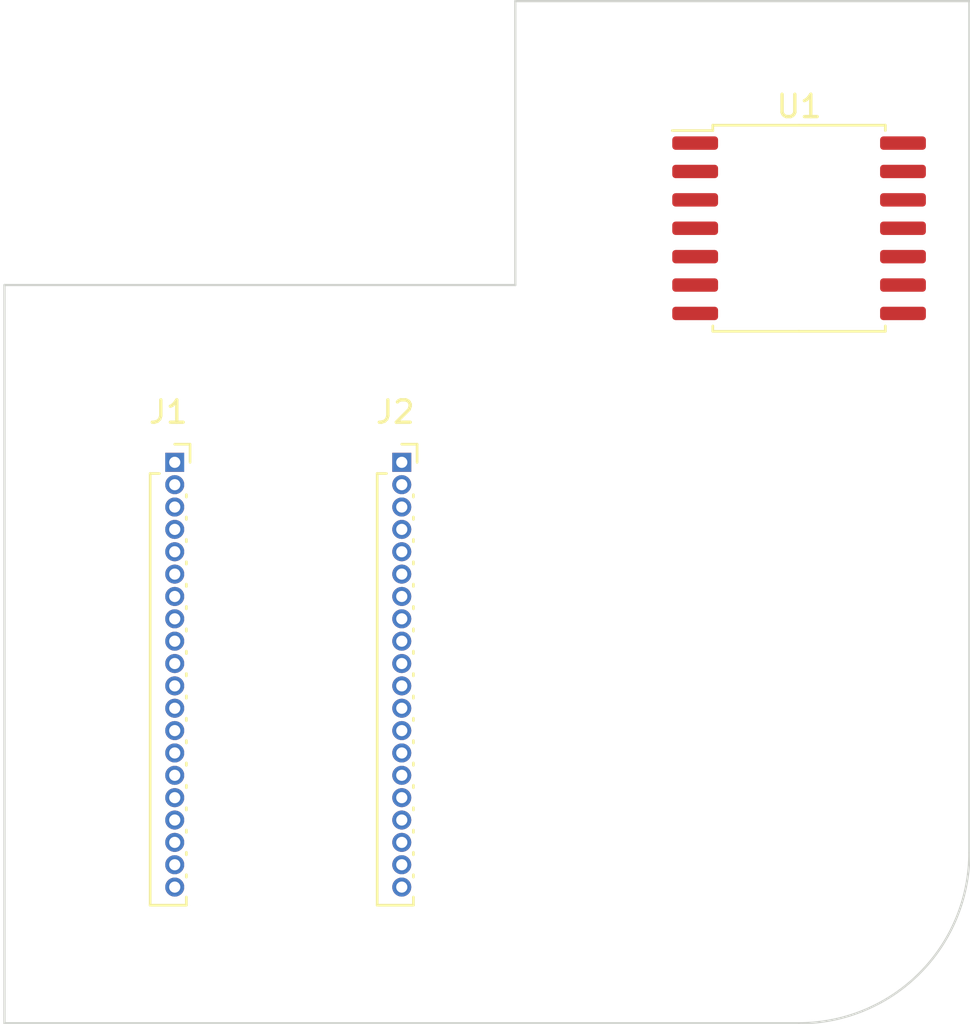
<source format=kicad_pcb>
(kicad_pcb (version 20221018) (generator pcbnew)
  (layers (0 "F.Cu" signal) (31 "B.Cu" signal) (34 "B.Paste" user) (35 "F.Paste" user) (36 "B.SilkS" user "B.Silkscreen") (37 "F.SilkS" user "F.Silkscreen") (38 "B.Mask" user) (39 "F.Mask" user) (44 "Edge.Cuts" user))
  (net 0 "")
  (net 38 "GND")
  (footprint "Connector_PinSocket_1.00mm:PinSocket_1x20_P1.00mm_Vertical" (layer "F.Cu") (at 137.16 63.81)
    (fp_text reference "J2" (at -0.29 -2.25) (layer "F.SilkS"))
    (fp_text value "Conn_01x20_Socket")
    (fp_line (start -1.1 0.5) (end -1.1 19.81) (stroke (width 0.12)) (layer "F.SilkS"))
    (fp_line (start -1.1 0.5) (end -0.685 0.5) (stroke (width 0.12)) (layer "F.SilkS"))
    (fp_line (start -1.1 19.81) (end 0.52 19.81) (stroke (width 0.12)) (layer "F.SilkS"))
    (fp_line (start 0 -0.81) (end 0.685 -0.81) (stroke (width 0.12)) (layer "F.SilkS"))
    (fp_line (start 0.52 1.445898) (end 0.52 1.554102) (stroke (width 0.12)) (layer "F.SilkS"))
    (fp_line (start 0.52 2.445898) (end 0.52 2.554102) (stroke (width 0.12)) (layer "F.SilkS"))
    (fp_line (start 0.52 3.445898) (end 0.52 3.554102) (stroke (width 0.12)) (layer "F.SilkS"))
    (fp_line (start 0.52 4.445898) (end 0.52 4.554102) (stroke (width 0.12)) (layer "F.SilkS"))
    (fp_line (start 0.52 5.445898) (end 0.52 5.554102) (stroke (width 0.12)) (layer "F.SilkS"))
    (fp_line (start 0.52 6.445898) (end 0.52 6.554102) (stroke (width 0.12)) (layer "F.SilkS"))
    (fp_line (start 0.52 7.445898) (end 0.52 7.554102) (stroke (width 0.12)) (layer "F.SilkS"))
    (fp_line (start 0.52 8.445898) (end 0.52 8.554102) (stroke (width 0.12)) (layer "F.SilkS"))
    (fp_line (start 0.52 9.445898) (end 0.52 9.554102) (stroke (width 0.12)) (layer "F.SilkS"))
    (fp_line (start 0.52 10.445898) (end 0.52 10.554102) (stroke (width 0.12)) (layer "F.SilkS"))
    (fp_line (start 0.52 11.445898) (end 0.52 11.554102) (stroke (width 0.12)) (layer "F.SilkS"))
    (fp_line (start 0.52 12.445898) (end 0.52 12.554102) (stroke (width 0.12)) (layer "F.SilkS"))
    (fp_line (start 0.52 13.445898) (end 0.52 13.554102) (stroke (width 0.12)) (layer "F.SilkS"))
    (fp_line (start 0.52 14.445898) (end 0.52 14.554102) (stroke (width 0.12)) (layer "F.SilkS"))
    (fp_line (start 0.52 15.445898) (end 0.52 15.554102) (stroke (width 0.12)) (layer "F.SilkS"))
    (fp_line (start 0.52 16.445898) (end 0.52 16.554102) (stroke (width 0.12)) (layer "F.SilkS"))
    (fp_line (start 0.52 17.445898) (end 0.52 17.554102) (stroke (width 0.12)) (layer "F.SilkS"))
    (fp_line (start 0.52 18.445898) (end 0.52 18.554102) (stroke (width 0.12)) (layer "F.SilkS"))
    (fp_line (start 0.52 19.445898) (end 0.52 19.81) (stroke (width 0.12)) (layer "F.SilkS"))
    (fp_line (start 0.685 -0.81) (end 0.685 0) (stroke (width 0.12)) (layer "F.SilkS"))
    (pad "1" thru_hole rect (at 0 0) (size 0.85 0.85) (drill 0.5) (layers "*.Cu" "*.Mask"))
    (pad "2" thru_hole oval (at 0 1) (size 0.85 0.85) (drill 0.5) (layers "*.Cu" "*.Mask"))
    (pad "3" thru_hole oval (at 0 2) (size 0.85 0.85) (drill 0.5) (layers "*.Cu" "*.Mask"))
    (pad "4" thru_hole oval (at 0 3) (size 0.85 0.85) (drill 0.5) (layers "*.Cu" "*.Mask"))
    (pad "5" thru_hole oval (at 0 4) (size 0.85 0.85) (drill 0.5) (layers "*.Cu" "*.Mask"))
    (pad "6" thru_hole oval (at 0 5) (size 0.85 0.85) (drill 0.5) (layers "*.Cu" "*.Mask"))
    (pad "7" thru_hole oval (at 0 6) (size 0.85 0.85) (drill 0.5) (layers "*.Cu" "*.Mask"))
    (pad "8" thru_hole oval (at 0 7) (size 0.85 0.85) (drill 0.5) (layers "*.Cu" "*.Mask"))
    (pad "9" thru_hole oval (at 0 8) (size 0.85 0.85) (drill 0.5) (layers "*.Cu" "*.Mask"))
    (pad "10" thru_hole oval (at 0 9) (size 0.85 0.85) (drill 0.5) (layers "*.Cu" "*.Mask"))
    (pad "11" thru_hole oval (at 0 10) (size 0.85 0.85) (drill 0.5) (layers "*.Cu" "*.Mask"))
    (pad "12" thru_hole oval (at 0 11) (size 0.85 0.85) (drill 0.5) (layers "*.Cu" "*.Mask"))
    (pad "13" thru_hole oval (at 0 12) (size 0.85 0.85) (drill 0.5) (layers "*.Cu" "*.Mask"))
    (pad "14" thru_hole oval (at 0 13) (size 0.85 0.85) (drill 0.5) (layers "*.Cu" "*.Mask"))
    (pad "15" thru_hole oval (at 0 14) (size 0.85 0.85) (drill 0.5) (layers "*.Cu" "*.Mask"))
    (pad "16" thru_hole oval (at 0 15) (size 0.85 0.85) (drill 0.5) (layers "*.Cu" "*.Mask"))
    (pad "17" thru_hole oval (at 0 16) (size 0.85 0.85) (drill 0.5) (layers "*.Cu" "*.Mask"))
    (pad "18" thru_hole oval (at 0 17) (size 0.85 0.85) (drill 0.5) (layers "*.Cu" "*.Mask") (net 38 "GND"))
    (pad "19" thru_hole oval (at 0 18) (size 0.85 0.85) (drill 0.5) (layers "*.Cu" "*.Mask"))
    (pad "20" thru_hole oval (at 0 19) (size 0.85 0.85) (drill 0.5) (layers "*.Cu" "*.Mask"))
  )
  (footprint "Package_SO:SOIC-14W_7.5x9mm_P1.27mm" (layer "F.Cu") (at 154.94 53.34)
    (fp_text reference "U1" (at 0 -5.45) (layer "F.SilkS"))
    (fp_text value "LM2574HVM-3.3")
    (fp_line (start -3.86 -4.61) (end -3.86 -4.37) (stroke (width 0.12)) (layer "F.SilkS"))
    (fp_line (start -3.86 -4.37) (end -5.675 -4.37) (stroke (width 0.12)) (layer "F.SilkS"))
    (fp_line (start -3.86 4.61) (end -3.86 4.37) (stroke (width 0.12)) (layer "F.SilkS"))
    (fp_line (start 0 -4.61) (end -3.86 -4.61) (stroke (width 0.12)) (layer "F.SilkS"))
    (fp_line (start 0 -4.61) (end 3.86 -4.61) (stroke (width 0.12)) (layer "F.SilkS"))
    (fp_line (start 0 4.61) (end -3.86 4.61) (stroke (width 0.12)) (layer "F.SilkS"))
    (fp_line (start 0 4.61) (end 3.86 4.61) (stroke (width 0.12)) (layer "F.SilkS"))
    (fp_line (start 3.86 -4.61) (end 3.86 -4.37) (stroke (width 0.12)) (layer "F.SilkS"))
    (fp_line (start 3.86 4.61) (end 3.86 4.37) (stroke (width 0.12)) (layer "F.SilkS"))
    (pad "1" smd roundrect (at -4.65 -3.81) (size 2.05 0.6) (layers "F.Cu" "F.Paste" "F.Mask"))
    (pad "2" smd roundrect (at -4.65 -2.54) (size 2.05 0.6) (layers "F.Cu" "F.Paste" "F.Mask"))
    (pad "3" smd roundrect (at -4.65 -1.27) (size 2.05 0.6) (layers "F.Cu" "F.Paste" "F.Mask"))
    (pad "4" smd roundrect (at -4.65 0) (size 2.05 0.6) (layers "F.Cu" "F.Paste" "F.Mask"))
    (pad "5" smd roundrect (at -4.65 1.27) (size 2.05 0.6) (layers "F.Cu" "F.Paste" "F.Mask"))
    (pad "6" smd roundrect (at -4.65 2.54) (size 2.05 0.6) (layers "F.Cu" "F.Paste" "F.Mask"))
    (pad "7" smd roundrect (at -4.65 3.81) (size 2.05 0.6) (layers "F.Cu" "F.Paste" "F.Mask"))
    (pad "8" smd roundrect (at 4.65 3.81) (size 2.05 0.6) (layers "F.Cu" "F.Paste" "F.Mask"))
    (pad "9" smd roundrect (at 4.65 2.54) (size 2.05 0.6) (layers "F.Cu" "F.Paste" "F.Mask"))
    (pad "10" smd roundrect (at 4.65 1.27) (size 2.05 0.6) (layers "F.Cu" "F.Paste" "F.Mask"))
    (pad "11" smd roundrect (at 4.65 0) (size 2.05 0.6) (layers "F.Cu" "F.Paste" "F.Mask"))
    (pad "12" smd roundrect (at 4.65 -1.27) (size 2.05 0.6) (layers "F.Cu" "F.Paste" "F.Mask"))
    (pad "13" smd roundrect (at 4.65 -2.54) (size 2.05 0.6) (layers "F.Cu" "F.Paste" "F.Mask"))
    (pad "14" smd roundrect (at 4.65 -3.81) (size 2.05 0.6) (layers "F.Cu" "F.Paste" "F.Mask"))
  )
  (footprint "Connector_PinSocket_1.00mm:PinSocket_1x20_P1.00mm_Vertical" (layer "F.Cu") (at 127 63.81)
    (fp_text reference "J1" (at -0.29 -2.25) (layer "F.SilkS"))
    (fp_text value "Conn_01x20_Socket")
    (fp_line (start -1.1 0.5) (end -1.1 19.81) (stroke (width 0.12)) (layer "F.SilkS"))
    (fp_line (start -1.1 0.5) (end -0.685 0.5) (stroke (width 0.12)) (layer "F.SilkS"))
    (fp_line (start -1.1 19.81) (end 0.52 19.81) (stroke (width 0.12)) (layer "F.SilkS"))
    (fp_line (start 0 -0.81) (end 0.685 -0.81) (stroke (width 0.12)) (layer "F.SilkS"))
    (fp_line (start 0.52 1.445898) (end 0.52 1.554102) (stroke (width 0.12)) (layer "F.SilkS"))
    (fp_line (start 0.52 2.445898) (end 0.52 2.554102) (stroke (width 0.12)) (layer "F.SilkS"))
    (fp_line (start 0.52 3.445898) (end 0.52 3.554102) (stroke (width 0.12)) (layer "F.SilkS"))
    (fp_line (start 0.52 4.445898) (end 0.52 4.554102) (stroke (width 0.12)) (layer "F.SilkS"))
    (fp_line (start 0.52 5.445898) (end 0.52 5.554102) (stroke (width 0.12)) (layer "F.SilkS"))
    (fp_line (start 0.52 6.445898) (end 0.52 6.554102) (stroke (width 0.12)) (layer "F.SilkS"))
    (fp_line (start 0.52 7.445898) (end 0.52 7.554102) (stroke (width 0.12)) (layer "F.SilkS"))
    (fp_line (start 0.52 8.445898) (end 0.52 8.554102) (stroke (width 0.12)) (layer "F.SilkS"))
    (fp_line (start 0.52 9.445898) (end 0.52 9.554102) (stroke (width 0.12)) (layer "F.SilkS"))
    (fp_line (start 0.52 10.445898) (end 0.52 10.554102) (stroke (width 0.12)) (layer "F.SilkS"))
    (fp_line (start 0.52 11.445898) (end 0.52 11.554102) (stroke (width 0.12)) (layer "F.SilkS"))
    (fp_line (start 0.52 12.445898) (end 0.52 12.554102) (stroke (width 0.12)) (layer "F.SilkS"))
    (fp_line (start 0.52 13.445898) (end 0.52 13.554102) (stroke (width 0.12)) (layer "F.SilkS"))
    (fp_line (start 0.52 14.445898) (end 0.52 14.554102) (stroke (width 0.12)) (layer "F.SilkS"))
    (fp_line (start 0.52 15.445898) (end 0.52 15.554102) (stroke (width 0.12)) (layer "F.SilkS"))
    (fp_line (start 0.52 16.445898) (end 0.52 16.554102) (stroke (width 0.12)) (layer "F.SilkS"))
    (fp_line (start 0.52 17.445898) (end 0.52 17.554102) (stroke (width 0.12)) (layer "F.SilkS"))
    (fp_line (start 0.52 18.445898) (end 0.52 18.554102) (stroke (width 0.12)) (layer "F.SilkS"))
    (fp_line (start 0.52 19.445898) (end 0.52 19.81) (stroke (width 0.12)) (layer "F.SilkS"))
    (fp_line (start 0.685 -0.81) (end 0.685 0) (stroke (width 0.12)) (layer "F.SilkS"))
    (pad "1" thru_hole rect (at 0 0) (size 0.85 0.85) (drill 0.5) (layers "*.Cu" "*.Mask"))
    (pad "2" thru_hole oval (at 0 1) (size 0.85 0.85) (drill 0.5) (layers "*.Cu" "*.Mask"))
    (pad "3" thru_hole oval (at 0 2) (size 0.85 0.85) (drill 0.5) (layers "*.Cu" "*.Mask"))
    (pad "4" thru_hole oval (at 0 3) (size 0.85 0.85) (drill 0.5) (layers "*.Cu" "*.Mask"))
    (pad "5" thru_hole oval (at 0 4) (size 0.85 0.85) (drill 0.5) (layers "*.Cu" "*.Mask"))
    (pad "6" thru_hole oval (at 0 5) (size 0.85 0.85) (drill 0.5) (layers "*.Cu" "*.Mask"))
    (pad "7" thru_hole oval (at 0 6) (size 0.85 0.85) (drill 0.5) (layers "*.Cu" "*.Mask"))
    (pad "8" thru_hole oval (at 0 7) (size 0.85 0.85) (drill 0.5) (layers "*.Cu" "*.Mask"))
    (pad "9" thru_hole oval (at 0 8) (size 0.85 0.85) (drill 0.5) (layers "*.Cu" "*.Mask"))
    (pad "10" thru_hole oval (at 0 9) (size 0.85 0.85) (drill 0.5) (layers "*.Cu" "*.Mask"))
    (pad "11" thru_hole oval (at 0 10) (size 0.85 0.85) (drill 0.5) (layers "*.Cu" "*.Mask"))
    (pad "12" thru_hole oval (at 0 11) (size 0.85 0.85) (drill 0.5) (layers "*.Cu" "*.Mask"))
    (pad "13" thru_hole oval (at 0 12) (size 0.85 0.85) (drill 0.5) (layers "*.Cu" "*.Mask"))
    (pad "14" thru_hole oval (at 0 13) (size 0.85 0.85) (drill 0.5) (layers "*.Cu" "*.Mask"))
    (pad "15" thru_hole oval (at 0 14) (size 0.85 0.85) (drill 0.5) (layers "*.Cu" "*.Mask"))
    (pad "16" thru_hole oval (at 0 15) (size 0.85 0.85) (drill 0.5) (layers "*.Cu" "*.Mask"))
    (pad "17" thru_hole oval (at 0 16) (size 0.85 0.85) (drill 0.5) (layers "*.Cu" "*.Mask"))
    (pad "18" thru_hole oval (at 0 17) (size 0.85 0.85) (drill 0.5) (layers "*.Cu" "*.Mask"))
    (pad "19" thru_hole oval (at 0 18) (size 0.85 0.85) (drill 0.5) (layers "*.Cu" "*.Mask"))
    (pad "20" thru_hole oval (at 0 19) (size 0.85 0.85) (drill 0.5) (layers "*.Cu" "*.Mask"))
  )
  (gr_line (start 119.38 55.88) (end 142.24 55.88) (stroke (width 0.1)) (layer "Edge.Cuts"))
  (gr_line (start 154.94 88.9) (end 119.38 88.9) (stroke (width 0.1)) (layer "Edge.Cuts"))
  (gr_arc (start 162.56 81.28) (mid 160.328154 86.668154) (end 154.94 88.9) (stroke (width 0.1)) (layer "Edge.Cuts"))
  (gr_line (start 142.24 43.18) (end 162.56 43.18) (stroke (width 0.1)) (layer "Edge.Cuts"))
  (gr_line (start 142.24 55.88) (end 142.24 43.18) (stroke (width 0.1)) (layer "Edge.Cuts"))
  (gr_line (start 119.38 88.9) (end 119.38 55.88) (stroke (width 0.1)) (layer "Edge.Cuts"))
  (gr_line (start 162.56 43.18) (end 162.56 81.28) (stroke (width 0.1)) (layer "Edge.Cuts"))
)
</source>
